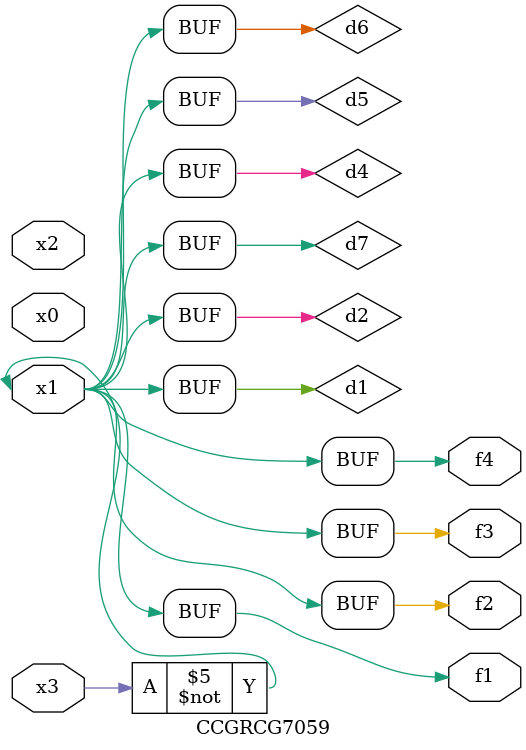
<source format=v>
module CCGRCG7059(
	input x0, x1, x2, x3,
	output f1, f2, f3, f4
);

	wire d1, d2, d3, d4, d5, d6, d7;

	not (d1, x3);
	buf (d2, x1);
	xnor (d3, d1, d2);
	nor (d4, d1);
	buf (d5, d1, d2);
	buf (d6, d4, d5);
	nand (d7, d4);
	assign f1 = d6;
	assign f2 = d7;
	assign f3 = d6;
	assign f4 = d6;
endmodule

</source>
